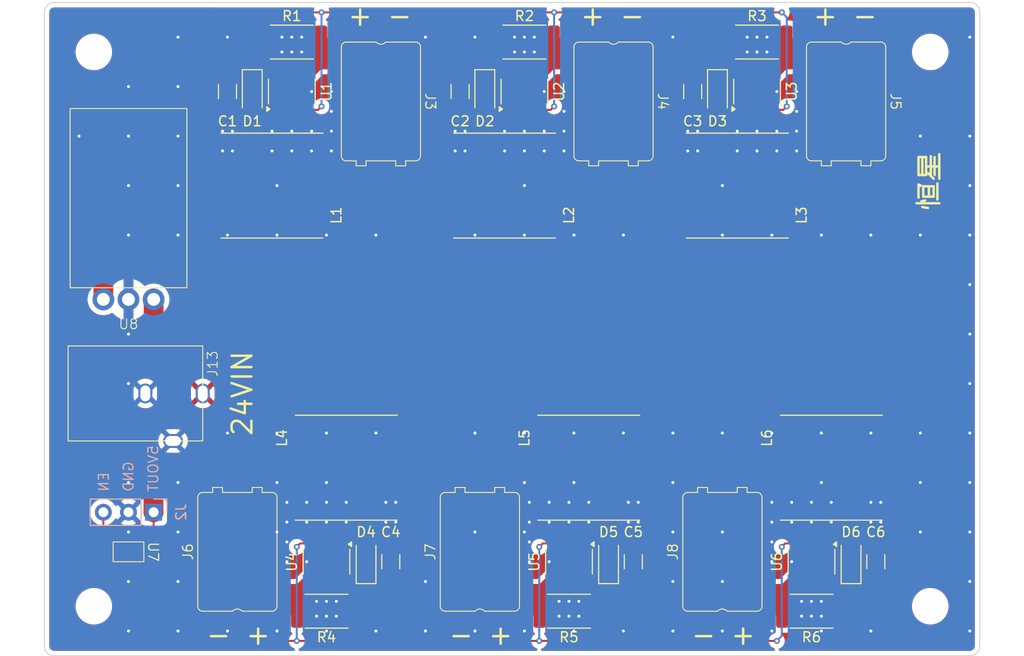
<source format=kicad_pcb>
(kicad_pcb (version 20241229) (generator "pcbnew") (generator_version "9.0")
  (layers (0 "F.Cu" signal) (2 "B.Cu" signal) (13 "F.Paste" user) (15 "B.Paste" user) (5 "F.SilkS" user "F.Silkscreen") (7 "B.SilkS" user "B.Silkscreen") (1 "F.Mask" user) (3 "B.Mask" user) (25 "Edge.Cuts" user))
  (net 0 "")
  (net 1 "+24V")
  (net 2 "Net-(J4-Pin_2)")
  (net 3 "Net-(J3-Pin_2)")
  (net 4 "Net-(J4-Pin_1)")
  (net 5 "Net-(J8-Pin_1)")
  (net 6 "Net-(J5-Pin_1)")
  (net 7 "Net-(J6-Pin_2)")
  (net 8 "Net-(J5-Pin_2)")
  (net 9 "Net-(J6-Pin_1)")
  (net 10 "Net-(J7-Pin_1)")
  (net 11 "Net-(J7-Pin_2)")
  (net 12 "Net-(D1-A)")
  (net 13 "Net-(D2-A)")
  (net 14 "Net-(J3-Pin_1)")
  (net 15 "Net-(D3-A)")
  (net 16 "Net-(D6-A)")
  (net 17 "Net-(D4-A)")
  (net 18 "Net-(D5-A)")
  (net 19 "Net-(J8-Pin_2)")
  (net 20 "GND")
  (net 23 "EN")
  (net 24 "+5V")
  (net 27 "ADJ")
  (footprint "Capacitor_SMD:C_1206_3216Metric" (layer "F.Cu") (at 125 80.5 -90)
    (property "Reference" "C1")
    (property "Value" "4.7μ")
  )
  (footprint "Diode_SMD:D_SOD-123F" (layer "F.Cu") (at 127.5 80.5 -90)
    (property "Reference" "D1")
    (property "Value" "D_Schottky")
  )
  (footprint "Resistor_SMD:R_2512_6332Metric" (layer "F.Cu") (at 135 133 180)
    (property "Reference" "R4")
    (property "Value" "0.1")
  )
  (footprint "2060-452_998-404:2060-452_998-404" (layer "F.Cu") (at 150.5 127 90)
    (property "Reference" "J7")
    (property "Value" "Conn_01x02")
  )
  (footprint "Diode_SMD:D_SOD-123F" (layer "F.Cu") (at 139 128 90)
    (property "Reference" "D4")
    (property "Value" "D_Schottky")
  )
  (footprint "MountingHole:MountingHole_3.2mm_M3" (layer "F.Cu") (at 196 132.5)
    (property "Reference" "REF**" (hide yes))
    (property "Value" "MountingHole_3.2mm_M3")
  )
  (footprint "Resistor_SMD:R_2512_6332Metric" (layer "F.Cu") (at 159.5 133 180)
    (property "Reference" "R5")
    (property "Value" "0.1")
  )
  (footprint "Package_TO_SOT_SMD:SOT-89-5" (layer "F.Cu") (at 178.5 80.5 90)
    (property "Reference" "U3")
    (property "Value" "CL6808")
  )
  (footprint "Inductor_SMD:L_Taiyo-Yuden_NR-10050_9.8x10.0mm" (layer "F.Cu") (at 176.5 90)
    (property "Reference" "L3")
    (property "Value" "68μ")
  )
  (footprint "Diode_SMD:D_SOD-123F" (layer "F.Cu") (at 151 80.5 -90)
    (property "Reference" "D2")
    (property "Value" "D_Schottky")
  )
  (footprint "Inductor_SMD:L_Taiyo-Yuden_NR-10050_9.8x10.0mm" (layer "F.Cu") (at 137 118.5 180)
    (property "Reference" "L4")
    (property "Value" "68μ")
  )
  (footprint "2060-452_998-404:2060-452_998-404" (layer "F.Cu") (at 126 127 90)
    (property "Reference" "J6")
    (property "Value" "Conn_01x02")
  )
  (footprint "Package_TO_SOT_SMD:SOT-89-5" (layer "F.Cu") (at 155 80.5 90)
    (property "Reference" "U2")
    (property "Value" "CL6808")
  )
  (footprint "Package_TO_SOT_SMD:SOT-89-5" (layer "F.Cu") (at 184 128 -90)
    (property "Reference" "U6")
    (property "Value" "CL6808")
  )
  (footprint "Capacitor_SMD:C_1206_3216Metric" (layer "F.Cu") (at 166 128 90)
    (property "Reference" "C5")
    (property "Value" "4.7μ")
  )
  (footprint "TC7WZ07FK:TC7WZ07FK" (layer "F.Cu") (at 115 127 -90)
    (property "Reference" "U7")
    (property "Value" "TC7WZ07FK")
  )
  (footprint "MountingHole:MountingHole_3.2mm_M3" (layer "F.Cu") (at 111.5 76.5)
    (property "Reference" "REF**" (hide yes))
    (property "Value" "MountingHole_3.2mm_M3")
  )
  (footprint "Capacitor_SMD:C_1206_3216Metric" (layer "F.Cu") (at 172 80.5 -90)
    (property "Reference" "C3")
    (property "Value" "4.7μ")
  )
  (footprint "R-78K5.0-2.0L:R-78K5.0-2.0L" (layer "F.Cu") (at 115 101.5)
    (property "Reference" "U8")
    (property "Value" "R-78K5.0-2.0L" (hide yes))
  )
  (footprint "Inductor_SMD:L_Taiyo-Yuden_NR-10050_9.8x10.0mm" (layer "F.Cu") (at 161.5 118.5 180)
    (property "Reference" "L5")
    (property "Value" "68μ")
  )
  (footprint "2060-452_998-404:2060-452_998-404" (layer "F.Cu") (at 164 81.5 -90)
    (property "Reference" "J4")
    (property "Value" "Conn_01x02")
  )
  (footprint "Inductor_SMD:L_Taiyo-Yuden_NR-10050_9.8x10.0mm" (layer "F.Cu") (at 153 90)
    (property "Reference" "L2")
    (property "Value" "68μ")
  )
  (footprint "Resistor_SMD:R_2512_6332Metric" (layer "F.Cu") (at 131.5 75.5)
    (property "Reference" "R1")
    (property "Value" "0.1")
  )
  (footprint "2060-452_998-404:2060-452_998-404" (layer "F.Cu") (at 175 127 90)
    (property "Reference" "J8")
    (property "Value" "Conn_01x02")
  )
  (footprint "Inductor_SMD:L_Taiyo-Yuden_NR-10050_9.8x10.0mm" (layer "F.Cu") (at 129.5 90)
    (property "Reference" "L1")
    (property "Value" "68μ")
  )
  (footprint "Package_TO_SOT_SMD:SOT-89-5" (layer "F.Cu") (at 159.5 128 -90)
    (property "Reference" "U5")
    (property "Value" "CL6808")
  )
  (footprint "MountingHole:MountingHole_3.2mm_M3" (layer "F.Cu") (at 111.5 132.5)
    (property "Reference" "REF**" (hide yes))
    (property "Value" "MountingHole_3.2mm_M3")
  )
  (footprint "Capacitor_SMD:C_1206_3216Metric" (layer "F.Cu") (at 190.5 128 90)
    (property "Reference" "C6")
    (property "Value" "4.7μ")
  )
  (footprint "2060-452_998-404:2060-452_998-404" (layer "F.Cu") (at 140.5 81.5 -90)
    (property "Reference" "J3")
    (property "Value" "Conn_01x02")
  )
  (footprint "Diode_SMD:D_SOD-123F" (layer "F.Cu") (at 174.5 80.5 -90)
    (property "Reference" "D3")
    (property "Value" "D_Schottky")
  )
  (footprint "Diode_SMD:D_SOD-123F" (layer "F.Cu") (at 188 128 90)
    (property "Reference" "D6")
    (property "Value" "D_Schottky")
  )
  (footprint "Capacitor_SMD:C_1206_3216Metric" (layer "F.Cu") (at 148.5 80.5 -90)
    (property "Reference" "C2")
    (property "Value" "4.7μ")
  )
  (footprint "Inductor_SMD:L_Taiyo-Yuden_NR-10050_9.8x10.0mm" (layer "F.Cu") (at 186 118.5 180)
    (property "Reference" "L6")
    (property "Value" "68μ")
  )
  (footprint "Resistor_SMD:R_2512_6332Metric" (layer "F.Cu") (at 184 133 180)
    (property "Reference" "R6")
    (property "Value" "0.1")
  )
  (footprint "Package_TO_SOT_SMD:SOT-89-5" (layer "F.Cu") (at 131.5 80.5 90)
    (property "Reference" "U1")
    (property "Value" "CL6808")
  )
  (footprint "DCJack:DCJack" (layer "F.Cu") (at 116.7 111)
    (property "Reference" "J13")
    (property "Value" "Jack-DC")
  )
  (footprint "Package_TO_SOT_SMD:SOT-89-5" (layer "F.Cu") (at 135 128 -90)
    (property "Reference" "U4")
    (property "Value" "CL6808")
  )
  (footprint "Resistor_SMD:R_2512_6332Metric" (layer "F.Cu") (at 178.5 75.5)
    (property "Reference" "R3")
    (property "Value" "0.1")
  )
  (footprint "Diode_SMD:D_SOD-123F" (layer "F.Cu") (at 163.5 128 90)
    (property "Reference" "D5")
    (property "Value" "D_Schottky")
  )
  (footprint "MountingHole:MountingHole_3.2mm_M3" (layer "F.Cu") (at 196 76.5)
    (property "Reference" "REF**" (hide yes))
    (property "Value" "MountingHole_3.2mm_M3")
  )
  (footprint "2060-452_998-404:2060-452_998-404" (layer "F.Cu") (at 187.5 81.5 -90)
    (property "Reference" "J5")
    (property "Value" "Conn_01x02")
  )
  (footprint "Capacitor_SMD:C_1206_3216Metric" (layer "F.Cu") (at 141.5 128 90)
    (property "Reference" "C4")
    (property "Value" "4.7μ")
  )
  (footprint "Resistor_SMD:R_2512_6332Metric" (layer "F.Cu") (at 155 75.5)
    (property "Reference" "R2")
    (property "Value" "0.1")
  )
  (footprint "Connector_PinSocket_2.54mm:PinSocket_1x03_P2.54mm_Vertical" (layer "B.Cu") (at 117.54 123 90)
    (property "Reference" "J2")
    (property "Value" "Conn_01x03")
  )
  (gr_line (start 106.5 72.5) (end 106.5 136.5) (stroke (width 0.1)) (layer "Edge.Cuts"))
  (gr_arc (start 106.5 72.5) (mid 106.792893 71.792893) (end 107.5 71.5) (stroke (width 0.1)) (layer "Edge.Cuts"))
  (gr_line (start 201 136.5) (end 201 72.5) (stroke (width 0.1)) (layer "Edge.Cuts"))
  (gr_arc (start 200 71.5) (mid 200.707107 71.792893) (end 201 72.5) (stroke (width 0.1)) (layer "Edge.Cuts"))
  (gr_arc (start 201 136.5) (mid 200.707107 137.207107) (end 200 137.5) (stroke (width 0.1)) (layer "Edge.Cuts"))
  (gr_line (start 107.5 71.5) (end 200 71.5) (stroke (width 0.1)) (layer "Edge.Cuts"))
  (gr_arc (start 107.5 137.5) (mid 106.792893 137.207107) (end 106.5 136.5) (stroke (width 0.1)) (layer "Edge.Cuts"))
  (gr_line (start 107.5 137.5) (end 200 137.5) (stroke (width 0.1)) (layer "Edge.Cuts"))
  (gr_text "+" (at 137 74 0) (layer "F.SilkS") (effects (font (size 2 2) (thickness 0.25)) (justify left bottom)))
  (gr_text "-" (at 141 74 0) (layer "F.SilkS") (effects (font (size 2 2) (thickness 0.25)) (justify left bottom)))
  (gr_text "+" (at 129.5 134.5 180) (layer "F.SilkS") (effects (font (size 2 2) (thickness 0.25)) (justify left bottom)))
  (gr_text "-" (at 150 134.5 180) (layer "F.SilkS") (effects (font (size 2 2) (thickness 0.25)) (justify left bottom)))
  (gr_text "-" (at 188 74 0) (layer "F.SilkS") (effects (font (size 2 2) (thickness 0.25)) (justify left bottom)))
  (gr_text "+" (at 160.5 74 0) (layer "F.SilkS") (effects (font (size 2 2) (thickness 0.25)) (justify left bottom)))
  (gr_text "+" (at 154 134.5 180) (layer "F.SilkS") (effects (font (size 2 2) (thickness 0.25)) (justify left bottom)))
  (gr_text "-" (at 125.5 134.5 180) (layer "F.SilkS") (effects (font (size 2 2) (thickness 0.25)) (justify left bottom)))
  (gr_text "-" (at 164.5 74 0) (layer "F.SilkS") (effects (font (size 2 2) (thickness 0.25)) (justify left bottom)))
  (gr_text "+" (at 178.5 134.5 180) (layer "F.SilkS") (effects (font (size 2 2) (thickness 0.25)) (justify left bottom)))
  (gr_text "24VIN" (at 126.5 111 90) (layer "F.SilkS") (effects (font (size 2 2) (thickness 0.25))))
  (gr_text "-" (at 174.5 134.5 180) (layer "F.SilkS") (effects (font (size 2 2) (thickness 0.25)) (justify left bottom)))
  (gr_text "恒星" (at 196 89.5 90) (layer "F.SilkS") (effects (font (size 2 2) (thickness 0.25))))
  (gr_text "+" (at 184 74 0) (layer "F.SilkS") (effects (font (size 2 2) (thickness 0.25)) (justify left bottom)))
  (gr_text "5VOUT" (at 117.5 121 90) (layer "B.SilkS") (effects (font (size 1 1) (thickness 0.125)) (justify right mirror)))
  (gr_text "GND" (at 115 121 90) (layer "B.SilkS") (effects (font (size 1 1) (thickness 0.125)) (justify right mirror)))
  (gr_text "EN" (at 112.5 121 90) (layer "B.SilkS") (effects (font (size 1 1) (thickness 0.125)) (justify right mirror)))
  (segment (start 172 79.025) (end 170.475 79.025) (width 1.5) (layer "F.Cu") (net 1))
  (segment (start 137.9625 133) (end 137.9625 129.8875) (width 1.5) (layer "F.Cu") (net 1))
  (segment (start 162.5 129.85) (end 163.05 129.85) (width 1.5) (layer "F.Cu") (net 1))
  (segment (start 186.9625 133) (end 186.9625 129.8875) (width 1.5) (layer "F.Cu") (net 1))
  (segment (start 163.575 129.475) (end 163.5 129.4) (width 1.5) (layer "F.Cu") (net 1))
  (segment (start 167.525 129.475) (end 168.5 128.5) (width 1.5) (layer "F.Cu") (net 1))
  (segment (start 174.425 79.025) (end 174.5 79.1) (width 1.5) (layer "F.Cu") (net 1))
  (segment (start 121 97) (end 113.5 97) (width 2) (layer "F.Cu") (net 1))
  (segment (start 112.46 98.04) (end 112.46 101.5) (width 2) (layer "F.Cu") (net 1))
  (segment (start 139.075 129.475) (end 139 129.4) (width 1.5) (layer "F.Cu") (net 1))
  (segment (start 166 129.475) (end 163.575 129.475) (width 1.5) (layer "F.Cu") (net 1))
  (segment (start 152.0375 75.5) (end 152.0375 78.6125) (width 1.5) (layer "F.Cu") (net 1))
  (segment (start 153.5 78.65) (end 152 78.65) (width 1.5) (layer "F.Cu") (net 1))
  (segment (start 130 78.65) (end 128.5 78.65) (width 1.5) (layer "F.Cu") (net 1))
  (segment (start 148.5 79.025) (end 146.975 79.025) (width 1.5) (layer "F.Cu") (net 1))
  (segment (start 128.5375 75.5) (end 128.5375 78.6125) (width 1.5) (layer "F.Cu") (net 1))
  (segment (start 161 129.85) (end 162.5 129.85) (width 1.5) (layer "F.Cu") (net 1))
  (segment (start 192.025 129.475) (end 193 128.5) (width 1.5) (layer "F.Cu") (net 1))
  (segment (start 146.975 79.025) (end 146 80) (width 1.5) (layer "F.Cu") (net 1))
  (segment (start 188.075 129.475) (end 188 129.4) (width 1.5) (layer "F.Cu") (net 1))
  (segment (start 152 78.65) (end 151.45 78.65) (width 1.5) (layer "F.Cu") (net 1))
  (segment (start 125 79.025) (end 127.425 79.025) (width 1.5) (layer "F.Cu") (net 1))
  (segment (start 150.925 79.025) (end 151 79.1) (width 1.5) (layer "F.Cu") (net 1))
  (segment (start 141.5 129.475) (end 139.075 129.475) (width 1.5) (layer "F.Cu") (net 1))
  (segment (start 138.55 129.85) (end 139 129.4) (width 1.5) (layer "F.Cu") (net 1))
  (segment (start 187 129.85) (end 187.55 129.85) (width 1.5) (layer "F.Cu") (net 1))
  (segment (start 170.475 79.025) (end 169.5 80) (width 1.5) (layer "F.Cu") (net 1))
  (segment (start 122.5 80) (end 123.475 79.025) (width 1.5) (layer "F.Cu") (net 1))
  (segment (start 190.5 129.475) (end 188.075 129.475) (width 1.5) (layer "F.Cu") (net 1))
  (segment (start 127.425 79.025) (end 127.5 79.1) (width 1.5) (layer "F.Cu") (net 1))
  (segment (start 148.5 79.025) (end 150.925 79.025) (width 1.5) (layer "F.Cu") (net 1))
  (segment (start 138 129.85) (end 138.55 129.85) (width 1.5) (layer "F.Cu") (net 1))
  (segment (start 163.05 129.85) (end 163.5 129.4) (width 1.5) (layer "F.Cu") (net 1))
  (segment (start 169.5 80) (end 169.5 99.5) (width 1.5) (layer "F.Cu") (net 1))
  (segment (start 162.4625 129.8875) (end 162.5 129.85) (width 1.5) (layer "F.Cu") (net 1))
  (segment (start 151.45 78.65) (end 151 79.1) (width 1.5) (layer "F.Cu") (net 1))
  (segment (start 136.5 129.85) (end 138 129.85) (width 1.5) (layer "F.Cu") (net 1))
  (segment (start 174.95 78.65) (end 174.5 79.1) (width 1.5) (layer "F.Cu") (net 1))
  (segment (start 193 128.5) (end 193 109) (width 1.5) (layer "F.Cu") (net 1))
  (segment (start 186.9625 129.8875) (end 187 129.85) (width 1.5) (layer "F.Cu") (net 1))
  (segment (start 190.5 129.475) (end 192.025 129.475) (width 1.5) (layer "F.Cu") (net 1))
  (segment (start 166 129.475) (end 167.525 129.475) (width 1.5) (layer "F.Cu") (net 1))
  (segment (start 146 80) (end 146 99.5) (width 1.5) (layer "F.Cu") (net 1))
  (segment (start 175.5375 75.5) (end 175.5375 78.6125) (width 1.5) (layer "F.Cu") (net 1))
  (segment (start 162.4625 133) (end 162.4625 129.8875) (width 1.5) (layer "F.Cu") (net 1))
  (segment (start 175.5 78.65) (end 174.95 78.65) (width 1.5) (layer "F.Cu") (net 1))
  (segment (start 187.55 129.85) (end 188 129.4) (width 1.5) (layer "F.Cu") (net 1))
  (segment (start 144 128.5) (end 144 109) (width 1.5) (layer "F.Cu") (net 1))
  (segment (start 113.5 97) (end 112.46 98.04) (width 2) (layer "F.Cu") (net 1))
  (segment (start 141.5 129.475) (end 143.025 129.475) (width 1.5) (layer "F.Cu") (net 1))
  (segment (start 123.475 79.025) (end 125 79.025) (width 1.5) (layer "F.Cu") (net 1))
  (segment (start 128.5375 78.6125) (end 128.5 78.65) (width 1.5) (layer "F.Cu") (net 1))
  (segment (start 152.0375 78.6125) (end 152 78.65) (width 1.5) (layer "F.Cu") (net 1))
  (segment (start 137.9625 129.8875) (end 138 129.85) (width 1.5) (layer "F.Cu") (net 1))
  (segment (start 177 78.65) (end 175.5 78.65) (width 1.5) (layer "F.Cu") (net 1))
  (segment (start 127.95 78.65) (end 127.5 79.1) (width 1.5) (layer "F.Cu") (net 1))
  (segment (start 168.5 128.5) (end 168.5 109) (width 1.5) (layer "F.Cu") (net 1))
  (segment (start 185.5 129.85) (end 187 129.85) (width 1.5) (layer "F.Cu") (net 1))
  (segment (start 128.5 78.65) (end 127.95 78.65) (width 1.5) (layer "F.Cu") (net 1))
  (segment (start 122.5 80) (end 122.5 99.5) (width 1.5) (layer "F.Cu") (net 1))
  (segment (start 172 79.025) (end 174.425 79.025) (width 1.5) (layer "F.Cu") (net 1))
  (segment (start 175.5375 78.6125) (end 175.5 78.65) (width 1.5) (layer "F.Cu") (net 1))
  (segment (start 143.025 129.475) (end 144 128.5) (width 1.5) (layer "F.Cu") (net 1))
  (segment (start 157.9625 75.5) (end 157.9625 77.1875) (width 1.5) (layer "F.Cu") (net 2))
  (segment (start 162 77.5) (end 158.275 77.5) (width 1.5) (layer "F.Cu") (net 2))
  (segment (start 162 83.5) (end 162 77.5) (width 1.5) (layer "F.Cu") (net 2))
  (segment (start 162 86.75) (end 162 83.5) (width 1.5) (layer "F.Cu") (net 2))
  (segment (start 157.9625 77.1875) (end 156.5 78.65) (width 1.5) (layer "F.Cu") (net 2))
  (segment (start 158.275 77.5) (end 157.9625 77.1875) (width 1.5) (layer "F.Cu") (net 2))
  (segment (start 138.5 77.5) (end 134.775 77.5) (width 1.5) (layer "F.Cu") (net 3))
  (segment (start 134.4625 75.5) (end 134.4625 77.1875) (width 1.5) (layer "F.Cu") (net 3))
  (segment (start 134.775 77.5) (end 134.4625 77.1875) (width 1.5) (layer "F.Cu") (net 3))
  (segment (start 138.5 83.5) (end 138.5 77.5) (width 1.5) (layer "F.Cu") (net 3))
  (segment (start 138.5 86.75) (end 138.5 83.5) (width 1.5) (layer "F.Cu") (net 3))
  (segment (start 134.4625 77.1875) (end 133 78.65) (width 1.5) (layer "F.Cu") (net 3))
  (segment (start 166 77.5) (end 166 86.75) (width 1.5) (layer "F.Cu") (net 4))
  (segment (start 165 90) (end 157 90) (width 1.5) (layer "F.Cu") (net 4))
  (segment (start 166 89) (end 165 90) (width 1.5) (layer "F.Cu") (net 4))
  (segment (start 166 86.75) (end 166 89) (width 1.5) (layer "F.Cu") (net 4))
  (segment (start 173 121.75) (end 173 119.5) (width 1.5) (layer "F.Cu") (net 5))
  (segment (start 173 131) (end 173 121.75) (width 1.5) (layer "F.Cu") (net 5))
  (segment (start 173 119.5) (end 174 118.5) (width 1.5) (layer "F.Cu") (net 5))
  (segment (start 174 118.5) (end 182 118.5) (width 1.5) (layer "F.Cu") (net 5))
  (segment (start 189.5 86.75) (end 189.5 89) (width 1.5) (layer "F.Cu") (net 6))
  (segment (start 189.5 77.5) (end 189.5 86.75) (width 1.5) (layer "F.Cu") (net 6))
  (segment (start 188.5 90) (end 180.5 90) (width 1.5) (layer "F.Cu") (net 6))
  (segment (start 189.5 89) (end 188.5 90) (width 1.5) (layer "F.Cu") (net 6))
  (segment (start 128 125) (end 128 131) (width 1.5) (layer "F.Cu") (net 7))
  (segment (start 132.0375 131.3125) (end 133.5 129.85) (width 1.5) (layer "F.Cu") (net 7))
  (segment (start 131.725 131) (end 132.0375 131.3125) (width 1.5) (layer "F.Cu") (net 7))
  (segment (start 128 131) (end 131.725 131) (width 1.5) (layer "F.Cu") (net 7))
  (segment (start 132.0375 133) (end 132.0375 131.3125) (width 1.5) (layer "F.Cu") (net 7))
  (segment (start 128 121.75) (end 128 125) (width 1.5) (layer "F.Cu") (net 7))
  (segment (start 185.5 86.75) (end 185.5 83.5) (width 1.5) (layer "F.Cu") (net 8))
  (segment (start 185.5 83.5) (end 185.5 77.5) (width 1.5) (layer "F.Cu") (net 8))
  (segment (start 185.5 77.5) (end 181.775 77.5) (width 1.5) (layer "F.Cu") (net 8))
  (segment (start 181.775 77.5) (end 181.4625 77.1875) (width 1.5) (layer "F.Cu") (net 8))
  (segment (start 181.4625 75.5) (end 181.4625 77.1875) (width 1.5) (layer "F.Cu") (net 8))
  (segment (start 181.4625 77.1875) (end 180 78.65) (width 1.5) (layer "F.Cu") (net 8))
  (segment (start 125 118.5) (end 133 118.5) (width 1.5) (layer "F.Cu") (net 9))
  (segment (start 124 119.5) (end 125 118.5) (width 1.5) (layer "F.Cu") (net 9))
  (segment (start 124 131) (end 124 121.75) (width 1.5) (layer "F.Cu") (net 9))
  (segment (start 124 121.75) (end 124 119.5) (width 1.5) (layer "F.Cu") (net 9))
  (segment (start 148.5 119.5) (end 149.5 118.5) (width 1.5) (layer "F.Cu") (net 10))
  (segment (start 149.5 118.5) (end 157.5 118.5) (width 1.5) (layer "F.Cu") (net 10))
  (segment (start 148.5 121.75) (end 148.5 119.5) (width 1.5) (layer "F.Cu") (net 10))
  (segment (start 148.5 131) (end 148.5 121.75) (width 1.5) (layer "F.Cu") (net 10))
  (segment (start 152.5 125) (end 152.5 131) (width 1.5) (layer "F.Cu") (net 11))
  (segment (start 156.5375 133) (end 156.5375 131.3125) (width 1.5) (layer "F.Cu") (net 11))
  (segment (start 152.5 131) (end 156.225 131) (width 1.5) (layer "F.Cu") (net 11))
  (segment (start 156.5375 131.3125) (end 158 129.85) (width 1.5) (layer "F.Cu") (net 11))
  (segment (start 152.5 121.75) (end 152.5 125) (width 1.5) (layer "F.Cu") (net 11))
  (segment (start 156.225 131) (end 156.5375 131.3125) (width 1.5) (layer "F.Cu") (net 11))
  (segment (start 127.5 88) (end 127.5 81.9) (width 1.5) (layer "F.Cu") (net 12))
  (segment (start 127.5 81.9) (end 129.55 81.9) (width 1.5) (layer "F.Cu") (net 12))
  (segment (start 129.55 81.9) (end 130 82.35) (width 1.5) (layer "F.Cu") (net 12))
  (segment (start 125.5 90) (end 127.5 88) (width 1.5) (layer "F.Cu") (net 12))
  (segment (start 151 81.9) (end 153.05 81.9) (width 1.5) (layer "F.Cu") (net 13))
  (segment (start 149 90) (end 151 88) (width 1.5) (layer "F.Cu") (net 13))
  (segment (start 151 88) (end 151 81.9) (width 1.5) (layer "F.Cu") (net 13))
  (segment (start 153.05 81.9) (end 153.5 82.35) (width 1.5) (layer "F.Cu") (net 13))
  (segment (start 141.5 90) (end 133.5 90) (width 1.5) (layer "F.Cu") (net 14))
  (segment (start 142.5 89) (end 141.5 90) (width 1.5) (layer "F.Cu") (net 14))
  (segment (start 142.5 86.75) (end 142.5 89) (width 1.5) (layer "F.Cu") (net 14))
  (segment (start 142.5 77.5) (end 142.5 86.75) (width 1.5) (layer "F.Cu") (net 14))
  (segment (start 172.5 90) (end 174.5 88) (width 1.5) (layer "F.Cu") (net 15))
  (segment (start 174.5 81.9) (end 176.55 81.9) (width 1.5) (layer "F.Cu") (net 15))
  (segment (start 176.55 81.9) (end 177 82.35) (width 1.5) (layer "F.Cu") (net 15))
  (segment (start 174.5 88) (end 174.5 81.9) (width 1.5) (layer "F.Cu") (net 15))
  (segment (start 188 120.5) (end 188 126.6) (width 1.5) (layer "F.Cu") (net 16))
  (segment (start 190 118.5) (end 188 120.5) (width 1.5) (layer "F.Cu") (net 16))
  (segment (start 185.95 126.6) (end 185.5 126.15) (width 1.5) (layer "F.Cu") (net 16))
  (segment (start 188 126.6) (end 185.95 126.6) (width 1.5) (layer "F.Cu") (net 16))
  (segment (start 139 126.6) (end 136.95 126.6) (width 1.5) (layer "F.Cu") (net 17))
  (segment (start 136.95 126.6) (end 136.5 126.15) (width 1.5) (layer "F.Cu") (net 17))
  (segment (start 139 120.5) (end 139 126.6) (width 1.5) (layer "F.Cu") (net 17))
  (segment (start 141 118.5) (end 139 120.5) (width 1.5) (layer "F.Cu") (net 17))
  (segment (start 163.5 120.5) (end 163.5 126.6) (width 1.5) (layer "F.Cu") (net 18))
  (segment (start 165.5 118.5) (end 163.5 120.5) (width 1.5) (layer "F.Cu") (net 18))
  (segment (start 161.45 126.6) (end 161 126.15) (width 1.5) (layer "F.Cu") (net 18))
  (segment (start 163.5 126.6) (end 161.45 126.6) (width 1.5) (layer "F.Cu") (net 18))
  (segment (start 181.0375 133) (end 181.0375 131.3125) (width 1.5) (layer "F.Cu") (net 19))
  (segment (start 177 131) (end 180.725 131) (width 1.5) (layer "F.Cu") (net 19))
  (segment (start 181.0375 131.3125) (end 182.5 129.85) (width 1.5) (layer "F.Cu") (net 19))
  (segment (start 177 121.75) (end 177 125) (width 1.5) (layer "F.Cu") (net 19))
  (segment (start 180.725 131) (end 181.0375 131.3125) (width 1.5) (layer "F.Cu") (net 19))
  (segment (start 177 125) (end 177 131) (width 1.5) (layer "F.Cu") (net 19))
  (segment (start 113.65 127.75) (end 114.75 127.75) (width 0.2) (layer "F.Cu") (net 20))
  (segment (start 113.65 127.75) (end 112.25 127.75) (width 0.2) (layer "F.Cu") (net 20))
  (via (at 183 133.5) (size 0.6) (drill 0.3) (layers "F.Cu" "B.Cu") (net 20))
  (via (at 182.5 84.5) (size 0.6) (drill 0.3) (layers "F.Cu" "B.Cu") (net 20))
  (via (at 171.5 86.5) (size 0.6) (drill 0.3) (layers "F.Cu" "B.Cu") (net 20))
  (via (at 180 128) (size 0.6) (drill 0.3) (layers "F.Cu" "B.Cu") (net 20))
  (via (at 135.5 86.5) (size 0.6) (drill 0.3) (layers "F.Cu" "B.Cu") (net 20))
  (via (at 131.5 75) (size 0.6) (drill 0.3) (layers "F.Cu" "B.Cu") (net 20))
  (via (at 129.5 86.5) (size 0.6) (drill 0.3) (layers "F.Cu" "B.Cu") (net 20))
  (via (at 132.5 75) (size 0.6) (drill 0.3) (layers "F.Cu" "B.Cu") (net 20))
  (via (at 160.5 133.5) (size 0.6) (drill 0.3) (layers "F.Cu" "B.Cu") (net 20))
  (via (at 191 122) (size 0.6) (drill 0.3) (layers "F.Cu" "B.Cu") (net 20))
  (via (at 115 135) (size 0.6) (drill 0.3) (layers "F.Cu" "B.Cu") (net 20))
  (via (at 178.5 86.5) (size 0.6) (drill 0.3) (layers "F.Cu" "B.Cu") (net 20))
  (via (at 155 90) (size 0.6) (drill 0.3) (layers "F.Cu" "B.Cu") (net 20))
  (via (at 185 115) (size 0.6) (drill 0.3) (layers "F.Cu" "B.Cu") (net 20))
  (via (at 185 120) (size 0.6) (drill 0.3) (layers "F.Cu" "B.Cu") (net 20))
  (via (at 140 135) (size 0.6) (drill 0.3) (layers "F.Cu" "B.Cu") (net 20))
  (via (at 155 76.5) (size 0.6) (drill 0.3) (layers "F.Cu" "B.Cu") (net 20))
  (via (at 130.5 75) (size 0.6) (drill 0.3) (layers "F.Cu" "B.Cu") (net 20))
  (via (at 110 85) (size 0.6) (drill 0.3) (layers "F.Cu" "B.Cu") (net 20))
  (via (at 178.5 84.5) (size 0.6) (drill 0.3) (layers "F.Cu" "B.Cu") (net 20))
  (via (at 156 76.5) (size 0.6) (drill 0.3) (layers "F.Cu" "B.Cu") (net 20))
  (via (at 135 132) (size 0.6) (drill 0.3) (layers "F.Cu" "B.Cu") (net 20))
  (via (at 160 120) (size 0.6) (drill 0.3) (layers "F.Cu" "B.Cu") (net 20))
  (via (at 155 75) (size 0.6) (drill 0.3) (layers "F.Cu" "B.Cu") (net 20))
  (via (at 145 135) (size 0.6) (drill 0.3) (layers "F.Cu" "B.Cu") (net 20))
  (via (at 172.5 84.5) (size 0.6) (drill 0.3) (layers "F.Cu" "B.Cu") (net 20))
  (via (at 131.5 84.5) (size 0.6) (drill 0.3) (layers "F.Cu" "B.Cu") (net 20))
  (via (at 149 86.5) (size 0.6) (drill 0.3) (layers "F.Cu" "B.Cu") (net 20))
  (via (at 120 80) (size 0.6) (drill 0.3) (layers "F.Cu" "B.Cu") (net 20))
  (via (at 160 95) (size 0.6) (drill 0.3) (layers "F.Cu" "B.Cu") (net 20))
  (via (at 132.5 76.5) (size 0.6) (drill 0.3) (layers "F.Cu" "B.Cu") (net 20))
  (via (at 135 133.5) (size 0.6) (drill 0.3) (layers "F.Cu" "B.Cu") (net 20))
  (via (at 155.5 126) (size 0.6) (drill 0.3) (layers "F.Cu" "B.Cu") (net 20))
  (via (at 155.5 124) (size 0.6) (drill 0.3) (layers "F.Cu" "B.Cu") (net 20))
  (via (at 172.5 86.5) (size 0.6) (drill 0.3) (layers "F.Cu" "B.Cu") (net 20))
  (via (at 180.5 86.5) (size 0.6) (drill 0.3) (layers "F.Cu" "B.Cu") (net 20))
  (via (at 125 135) (size 0.6) (drill 0.3) (layers "F.Cu" "B.Cu") (net 20))
  (via (at 200 100) (size 0.6) (drill 0.3) (layers "F.Cu" "B.Cu") (net 20))
  (via (at 156 75) (size 0.6) (drill 0.3) (layers "F.Cu" "B.Cu") (net 20))
  (via (at 133 128) (size 0.6) (drill 0.3) (layers "F.Cu" "B.Cu") (net 20))
  (via (at 161.5 122) (size 0.6) (drill 0.3) (layers "F.Cu" "B.Cu") (net 20))
  (via (at 200 110) (size 0.6) (drill 0.3) (layers "F.Cu" "B.Cu") (net 20))
  (via (at 166.5 122) (size 0.6) (drill 0.3) (layers "F.Cu" "B.Cu") (net 20))
  (via (at 159 84.5) (size 0.6) (drill 0.3) (layers "F.Cu" "B.Cu") (net 20))
  (via (at 185 135) (size 0.6) (drill 0.3) (layers "F.Cu" "B.Cu") (net 20))
  (via (at 154 75) (size 0.6) (drill 0.3) (layers "F.Cu" "B.Cu") (net 20))
  (via (at 175 125) (size 0.6) (drill 0.3) (layers "F.Cu" "B.Cu") (net 20))
  (via (at 166.5 124) (size 0.6) (drill 0.3) (layers "F.Cu" "B.Cu") (net 20))
  (via (at 140 95) (size 0.6) (drill 0.3) (layers "F.Cu" "B.Cu") (net 20))
  (via (at 165 95) (size 0.6) (drill 0.3) (layers "F.Cu" "B.Cu") (net 20))
  (via (at 115 90) (size 0.6) (drill 0.3) (layers "F.Cu" "B.Cu") (net 20))
  (via (at 137 122) (size 0.6) (drill 0.3) (layers "F.Cu" "B.Cu") (net 20))
  (via (at 157 86.5) (size 0.6) (drill 0.3) (layers "F.Cu" "B.Cu") (net 20))
  (via (at 130 135) (size 0.6) (drill 0.3) (layers "F.Cu" "B.Cu") (net 20))
  (via (at 158.5 133.5) (size 0.6) (drill 0.3) (layers "F.Cu" "B.Cu") (net 20))
  (via (at 125.5 84.5) (size 0.6) (drill 0.3) (layers "F.Cu" "B.Cu") (net 20))
  (via (at 170 120) (size 0.6) (drill 0.3) (layers "F.Cu" "B.Cu") (net 20))
  (via (at 137 124) (size 0.6) (drill 0.3) (layers "F.Cu" "B.Cu") (net 20))
  (via (at 145 75) (size 0.6) (drill 0.3) (layers "F.Cu" "B.Cu") (net 20))
  (via (at 195 95) (size 0.6) (drill 0.3) (layers "F.Cu" "B.Cu") (net 20))
  (via (at 180.5 80.5) (size 0.6) (drill 0.3) (layers "F.Cu" "B.Cu") (net 20))
  (via (at 200 90) (size 0.6) (drill 0.3) (layers "F.Cu" "B.Cu") (net 20))
  (via (at 190 95) (size 0.6) (drill 0.3) (layers "F.Cu" "B.Cu") (net 20))
  (via (at 130 95) (size 0.6) (drill 0.3) (layers "F.Cu" "B.Cu") (net 20))
  (via (at 155 135) (size 0.6) (drill 0.3) (layers "F.Cu" "B.Cu") (net 20))
  (via (at 175 90) (size 0.6) (drill 0.3) (layers "F.Cu" "B.Cu") (net 20))
  (via (at 150 95) (size 0.6) (drill 0.3) (layers "F.Cu" "B.Cu") (net 20))
  (via (at 155 125) (size 0.6) (drill 0.3) (layers "F.Cu" "B.Cu") (net 20))
  (via (at 184 132) (size 0.6) (drill 0.3) (layers "F.Cu" "B.Cu") (net 20))
  (via (at 159 86.5) (size 0.6) (drill 0.3) (layers "F.Cu" "B.Cu") (net 20))
  (via (at 140 115) (size 0.6) (drill 0.3) (layers "F.Cu" "B.Cu") (net 20))
  (via (at 155 86.5) (size 0.6) (drill 0.3) (layers "F.Cu" "B.Cu") (net 20))
  (via (at 165.5 122) (size 0.6) (drill 0.3) (layers "F.Cu" "B.Cu") (net 20))
  (via (at 200 95) (size 0.6) (drill 0.3) (layers "F.Cu" "B.Cu") (net 20))
  (via (at 175 95) (size 0.6) (drill 0.3) (layers "F.Cu" "B.Cu") (net 20))
  (via (at 195 120) (size 0.6) (drill 0.3) (layers "F.Cu" "B.Cu") (net 20))
  (via (at 175 130) (size 0.6) (drill 0.3) (layers "F.Cu" "B.Cu") (net 20))
  (via (at 133 124) (size 0.6) (drill 0.3) (layers "F.Cu" "B.Cu") (net 20))
  (via (at 135 124) (size 0.6) (drill 0.3) (layers "F.Cu" "B.Cu") (net 20))
  (via (at 130.5 76.5) (size 0.6) (drill 0.3) (layers "F.Cu" "B.Cu") (net 20))
  (via (at 160 135) (size 0.6) (drill 0.3) (layers "F.Cu" "B.Cu") (net 20))
  (via (at 170 115) (size 0.6) (drill 0.3) (layers "F.Cu" "B.Cu") (net 20))
  (via (at 170 125) (size 0.6) (drill 0.3) (layers "F.Cu" "B.Cu") (net 20))
  (via (at 120 125) (size 0.6) (drill 0.3) (layers "F.Cu" "B.Cu") (net 20))
  (via (at 157 80.5) (size 0.6) (drill 0.3) (layers "F.Cu" "B.Cu") (net 20))
  (via (at 130 125) (size 0.6) (drill 0.3) (layers "F.Cu" "B.Cu") (net 20))
  (via (at 176.5 84.5) (size 0.6) (drill 0.3) (layers "F.Cu" "B.Cu") (net 20))
  (via (at 154 76.5) (size 0.6) (drill 0.3) (layers "F.Cu" "B.Cu") (net 20))
  (via (at 115 80) (size 0.6) (drill 0.3) (layers "F.Cu" "B.Cu") (net 20))
  (via (at 145 130) (size 0.6) (drill 0.3) (layers "F.Cu" "B.Cu") (net 20))
  (via (at 136 132) (size 0.6) (drill 0.3) (layers "F.Cu" "B.Cu") (net 20))
  (via (at 180.5 84.5) (size 0.6) (drill 0.3) (layers "F.Cu" "B.Cu") (net 20))
  (via (at 175 135) (size 0.6) (drill 0.3) (layers "F.Cu" "B.Cu") (net 20))
  (via (at 186 122) (size 0.6) (drill 0.3) (layers "F.Cu" "B.Cu") (net 20))
  (via (at 195 90) (size 0.6) (drill 0.3) (layers "F.Cu" "B.Cu") (net 20))
  (via (at 165 115) (size 0.6) (drill 0.3) (layers "F.Cu" "B.Cu") (net 20))
  (via (at 133.5 86.5) (size 0.6) (drill 0.3) (layers "F.Cu" "B.Cu") (net 20))
  (via (at 124.5 86.5) (size 0.6) (drill 0.3) (layers "F.Cu" "B.Cu") (net 20))
  (via (at 184 124) (size 0.6) (drill 0.3) (layers "F.Cu" "B.Cu") (net 20))
  (via (at 129.5 84.5) (size 0.6) (drill 0.3) (layers "F.Cu" "B.Cu") (net 20))
  (via (at 195 85) (size 0.6) (drill 0.3) (layers "F.Cu" "B.Cu") (net 20))
  (via (at 115 120) (size 0.6) (drill 0.3) (layers "F.Cu" "B.Cu") (net 20))
  (via (at 155 115) (size 0.6) (drill 0.3) (layers "F.Cu" "B.Cu") (net 20))
  (via (at 191 124) (size 0.6) (drill 0.3) (layers "F.Cu" "B.Cu") (net 20))
  (via (at 134 132) (size 0.6) (drill 0.3) (layers "F.Cu" "B.Cu") (net 20))
  (via (at 141 124) (size 0.6) (drill 0.3) (layers "F.Cu" "B.Cu") (net 20))
  (via (at 131 122) (size 0.6) (drill 0.3) (layers "F.Cu" "B.Cu") (net 20))
  (via (at 130 115) (size 0.6) (drill 0.3) (layers "F.Cu" "B.Cu") (net 20))
  (via (at 150 115) (size 0.6) (drill 0.3) (layers "F.Cu" "B.Cu") (net 20))
  (via (at 160 115) (size 0.6) (drill 0.3) (layers "F.Cu" "B.Cu") (net 20))
  (via (at 131.5 76.5) (size 0.6) (drill 0.3) (layers "F.Cu" "B.Cu") (net 20))
  (via (at 125 115) (size 0.6) (drill 0.3) (layers "F.Cu" "B.Cu") (net 20))
  (via (at 182.5 82.5) (size 0.6) (drill 0.3) (layers "F.Cu" "B.Cu") (net 20))
  (via (at 179.5 75) (size 0.6) (drill 0.3) (layers "F.Cu" "B.Cu") (net 20))
  (via (at 195 125) (size 0.6) (drill 0.3) (layers "F.Cu" "B.Cu") (net 20))
  (via (at 120 130) (size 0.6) (drill 0.3) (layers "F.Cu" "B.Cu") (net 20))
  (via (at 155 120) (size 0.6) (drill 0.3) (layers "F.Cu" "B.Cu") (net 20))
  (via (at 170 135) (size 0.6) (drill 0.3) (layers "F.Cu" "B.Cu") (net 20))
  (via (at 200 130) (size 0.6) (drill 0.3) (layers "F.Cu" "B.Cu") (net 20))
  (via (at 185 95) (size 0.6) (drill 0.3) (layers "F.Cu" "B.Cu") (net 20))
  (via (at 175 115) (size 0.6) (drill 0.3) (layers "F.Cu" "B.Cu") (net 20))
  (via (at 115 85) (size 0.6) (drill 0.3) (layers "F.Cu" "B.Cu") (net 20))
  (via (at 180 124) (size 0.6) (drill 0.3) (layers "F.Cu" "B.Cu") (net 20))
  (via (at 130 120) (size 0.6) (drill 0.3) (layers "F.Cu" "B.Cu") (net 20))
  (via (at 149 84.5) (size 0.6) (drill 0.3) (layers "F.Cu" "B.Cu") (net 20))
  (via (at 141 122) (size 0.6) (drill 0.3) (layers "F.Cu" "B.Cu") (net 20))
  (via (at 142 122) (size 0.6) (drill 0.3) (layers "F.Cu" "B.Cu") (net 20))
  (via (at 179.5 76.5) (size 0.6) (drill 0.3) (layers "F.Cu" "B.Cu") (net 20))
  (via (at 155.5 122) (size 0.6) (drill 0.3) (layers "F.Cu" "B.Cu") (net 20))
  (via (at 200 105) (size 0.6) (drill 0.3) (layers "F.Cu" "B.Cu") (net 20))
  (via (at 133 122) (size 0.6) (drill 0.3) (layers "F.Cu" "B.Cu") (net 20))
  (via (at 150 75) (size 0.6) (drill 0.3) (layers "F.Cu" "B.Cu") (net 20))
  (via (at 135 115) (size 0.6) (drill 0.3) (layers "F.Cu" "B.Cu") (net 20))
  (via (at 182 124) (size 0.6) (drill 0.3) (layers "F.Cu" "B.Cu") (net 20))
  (via (at 195 115) (size 0.6) (drill 0.3) (layers "F.Cu" "B.Cu") (net 20))
  (via (at 190 124) (size 0.6) (drill 0.3) (layers "F.Cu" "B.Cu") (net 20))
  (via (at 180 115) (size 0.6) (drill 0.3) (layers "F.Cu" "B.Cu") (net 20))
  (via (at 190 115) (size 0.6) (drill 0.3) (layers "F.Cu" "B.Cu") (net 20))
  (via (at 120 85) (size 0.6) (drill 0.3) (layers "F.Cu" "B.Cu") (net 20))
  (via (at 125.5 86.5) (size 0.6) (drill 0.3) (layers "F.Cu" "B.Cu") (net 20))
  (via (at 133.5 80.5) (size 0.6) (drill 0.3) (layers "F.Cu" "B.Cu") (net 20))
  (via (at 155 95) (size 0.6) (drill 0.3) (layers "F.Cu" "B.Cu") (net 20))
  (via (at 170 130) (size 0.6) (drill 0.3) (layers "F.Cu" "B.Cu") (net 20))
  (via (at 157.5 128) (size 0.6) (drill 0.3) (layers "F.Cu" "B.Cu") (net 20))
  (via (at 115 95) (size 0.6) (drill 0.3) (layers "F.Cu" "B.Cu") (net 20))
  (via (at 160.5 132) (size 0.6) (drill 0.3) (layers "F.Cu" "B.Cu") (net 20))
  (via (at 159 80.5) (size 0.6) (drill 0.3) (layers "F.Cu" "B.Cu") (net 20))
  (via (at 134 133.5) (size 0.6) (drill 0.3) (layers "F.Cu" "B.Cu") (net 20))
  (via (at 131.5 86.5) (size 0.6) (drill 0.3) (layers "F.Cu" "B.Cu") (net 20))
  (via (at 183 132) (size 0.6) (drill 0.3) (layers "F.Cu" "B.Cu") (net 20))
  (via (at 124.5 84.5) (size 0.6) (drill 0.3) (layers "F.Cu" "B.Cu") (net 20))
  (via (at 190 122) (size 0.6) (drill 0.3) (layers "F.Cu" "B.Cu") (net 20))
  (via (at 135.5 80.5) (size 0.6) (drill 0.3) (layers "F.Cu" "B.Cu") (net 20))
  (via (at 176.5 86.5) (size 0.6) (drill 0.3) (layers "F.Cu" "B.Cu") (net 20))
  (via (at 148 84.5) (size 0.6) (drill 0.3) (layers "F.Cu" "B.Cu") (net 20))
  (via (at 186 124) (size 0.6) (drill 0.3) (layers "F.Cu" "B.Cu") (net 20))
  (via (at 159.5 122) (size 0.6) (drill 0.3) (layers "F.Cu" "B.Cu") (net 20))
  (via (at 120 90) (size 0.6) (drill 0.3) (layers "F.Cu" "B.Cu") (net 20))
  (via (at 200 135) (size 0.6) (drill 0.3) (layers "F.Cu" "B.Cu") (net 20))
  (via (at 153 84.5) (size 0.6) (drill 0.3) (layers "F.Cu" "B.Cu") (net 20))
  (via (at 150 135) (size 0.6) (drill 0.3) (layers "F.Cu" "B.Cu") (net 20))
  (via (at 171.5 84.5) (size 0.6) (drill 0.3) (layers "F.Cu" "B.Cu") (net 20))
  (via (at 200 75) (size 0.6) (drill 0.3) (layers "F.Cu" "B.Cu") (net 20))
  (via (at 155 84.5) (size 0.6) (drill 0.3) (layers "F.Cu" "B.Cu") (net 20))
  (via (at 159.5 124) (size 0.6) (drill 0.3) (layers "F.Cu" "B.Cu") (net 20))
  (via (at 157.5 122) (size 0.6) (drill 0.3) (layers "F.Cu" "B.Cu") (net 20))
  (via (at 155.5 128) (size 0.6) (drill 0.3) (layers "F.Cu" "B.Cu") (net 20))
  (via (at 115 105) (size 0.6) (drill 0.3) (layers "F.Cu" "B.Cu") (net 20))
  (via (at 159.5 133.5) (size 0.6) (drill 0.3) (layers "F.Cu" "B.Cu") (net 20))
  (via (at 135.5 84.5) (size 0.6) (drill 0.3) (layers "F.Cu" "B.Cu") (net 20))
  (via (at 150 125) (size 0.6) (drill 0.3) (layers "F.Cu" "B.Cu") (net 20))
  (via (at 170 75) (size 0.6) (drill 0.3) (layers "F.Cu" "B.Cu") (net 20))
  (via (at 184 122) (size 0.6) (drill 0.3) (layers "F.Cu" "B.Cu") (net 20))
  (via (at 161.5 124) (size 0.6) (drill 0.3) (layers "F.Cu" "B.Cu") (net 20))
  (via (at 135 135) (size 0.6) (drill 0.3) (layers "F.Cu" "B.Cu") (net 20))
  (via (at 200 125) (size 0.6) (drill 0.3) (layers "F.Cu" "B.Cu") (net 20))
  (via (at 184 133.5) (size 0.6) (drill 0.3) (layers "F.Cu" "B.Cu") (net 20))
  (via (at 130 90) (size 0.6) (drill 0.3) (layers "F.Cu" "B.Cu") (net 20))
  (via (at 153 86.5) (size 0.6) (drill 0.3) (layers "F.Cu" "B.Cu") (net 20))
  (via (at 185 132) (size 0.6) (drill 0.3) (layers "F.Cu" "B.Cu") (net 20))
  (via (at 157 84.5) (size 0.6) (drill 0.3) (layers "F.Cu" "B.Cu") (net 20))
  (via (at 180 122) (size 0.6) (drill 0.3) (layers "F.Cu" "B.Cu") (net 20))
  (via (at 159 82.5) (size 0.6) (drill 0.3) (layers "F.Cu" "B.Cu") (net 20))
  (via (at 165 135) (size 0.6) (drill 0.3) (layers "F.Cu" "B.Cu") (net 20))
  (via (at 177.5 76.5) (size 0.6) (drill 0.3) (layers "F.Cu" "B.Cu") (net 20))
  (via (at 115 125) (size 0.6) (drill 0.3) (layers "F.Cu" "B.Cu") (net 20))
  (via (at 135 122) (size 0.6) (drill 0.3) (layers "F.Cu" "B.Cu") (net 20))
  (via (at 133.5 84.5) (size 0.6) (drill 0.3) (layers "F.Cu" "B.Cu") (net 20))
  (via (at 180 126) (size 0.6) (drill 0.3) (layers "F.Cu" "B.Cu") (net 20))
  (via (at 159.5 132) (size 0.6) (drill 0.3) (layers "F.Cu" "B.Cu") (net 20))
  (via (at 125 75) (size 0.6) (drill 0.3) (layers "F.Cu" "B.Cu") (net 20))
  (via (at 131 126) (size 0.6) (drill 0.3) (layers "F.Cu" "B.Cu") (net 20))
  (via (at 120 120) (size 0.6) (drill 0.3) (layers "F.Cu" "B.Cu") (net 20))
  (via (at 115 130) (size 0.6) (drill 0.3) (layers "F.Cu" "B.Cu") (net 20))
  (via (at 182 128) (size 0.6) (drill 0.3) (layers "F.Cu" "B.Cu") (net 20))
  (via (at 131 128) (size 0.6) (drill 0.3) (layers "F.Cu" "B.Cu") (net 20))
  (via (at 200 85) (size 0.6) (drill 0.3) (layers "F.Cu" "B.Cu") (net 20))
  (via (at 157.5 124) (size 0.6) (drill 0.3) (layers "F.Cu" "B.Cu") (net 20))
  (via (at 190 135) (size 0.6) (drill 0.3) (layers "F.Cu" "B.Cu") (net 20))
  (via (at 165.5 124) (size 0.6) (drill 0.3) (layers "F.Cu" "B.Cu") (net 20))
  (via (at 120 135) (size 0.6) (drill 0.3) (layers "F.Cu" "B.Cu") (net 20))
  (via (at 158.5 132) (size 0.6) (drill 0.3) (layers "F.Cu" "B.Cu") (net 20))
  (via (at 180 135) (size 0.6) (drill 0.3) (layers "F.Cu" "B.Cu") (net 20))
  (via (at 200 115) (size 0.6) (drill 0.3) (layers "F.Cu" "B.Cu") (net 20))
  (via (at 120 75) (size 0.6) (drill 0.3) (layers "F.Cu" "B.Cu") (net 20))
  (via (at 180 95) (size 0.6) (drill 0.3) (layers "F.Cu" "B.Cu") (net 20))
  (via (at 200 120) (size 0.6) (drill 0.3) (layers "F.Cu" "B.Cu") (net 20))
  (via (at 178.5 76.5) (size 0.6) (drill 0.3) (layers "F.Cu" "B.Cu") (net 20))
  (via (at 182 122) (size 0.6) (drill 0.3) (layers "F.Cu" "B.Cu") (net 20))
  (via (at 115 110) (size 0.6) (drill 0.3) (layers "F.Cu" "B.Cu") (net 20))
  (via (at 131 124) (size 0.6) (drill 0.3) (layers "F.Cu" "B.Cu") (net 20))
  (via (at 120 95) (size 0.6) (drill 0.3) (layers "F.Cu" "B.Cu") (net 20))
  (via (at 185 133.5) (size 0.6) (drill 0.3) (layers "F.Cu" "B.Cu") (net 20))
  (via (at 182.5 86.5) (size 0.6) (drill 0.3) (layers "F.Cu" "B.Cu") (net 20))
  (via (at 182.5 80.5) (size 0.6) (drill 0.3) (layers "F.Cu" "B.Cu") (net 20))
  (via (at 177.5 75) (size 0.6) (drill 0.3) (layers "F.Cu" "B.Cu") (net 20))
  (via (at 135.5 82.5) (size 0.6) (drill 0.3) (layers "F.Cu" "B.Cu") (net 20))
  (via (at 148 86.5) (size 0.6) (drill 0.3) (layers "F.Cu" "B.Cu") (net 20))
  (via (at 135 120) (size 0.6) (drill 0.3) (layers "F.Cu" "B.Cu") (net 20))
  (via (at 125 95) (size 0.6) (drill 0.3) (layers "F.Cu" "B.Cu") (net 20))
  (via (at 135 95) (size 0.6) (drill 0.3) (layers "F.Cu" "B.Cu") (net 20))
  (via (at 178.5 75) (size 0.6) (drill 0.3) (layers "F.Cu" "B.Cu") (net 20))
  (via (at 136 133.5) (size 0.6) (drill 0.3) (layers "F.Cu" "B.Cu") (net 20))
  (via (at 142 124) (size 0.6) (drill 0.3) (layers "F.Cu" "B.Cu") (net 20))
  (segment (start 112.46 126.96) (end 112.46 123) (width 0.2) (layer "F.Cu") (net 23))
  (segment (start 112.75 127.25) (end 112.46 126.96) (width 0.2) (layer "F.Cu") (net 23))
  (segment (start 113.65 127.25) (end 112.75 127.25) (width 0.2) (layer "F.Cu") (net 23))
  (segment (start 117.54 104.96) (end 117.54 101.5) (width 2) (layer "F.Cu") (net 24))
  (segment (start 112.5 110) (end 117.54 104.96) (width 2) (layer "F.Cu") (net 24))
  (segment (start 117.54 123) (end 117.525 122.985) (width 2) (layer "F.Cu") (net 24))
  (segment (start 117.54 125.96) (end 117.54 123) (width 0.2) (layer "F.Cu") (net 24))
  (segment (start 117.525 122.985) (end 117.525 119.025) (width 2) (layer "F.Cu") (net 24))
  (segment (start 112.5 114) (end 112.5 110) (width 2) (layer "F.Cu") (net 24))
  (segment (start 116.35 126.25) (end 117.25 126.25) (width 0.2) (layer "F.Cu") (net 24))
  (segment (start 117.525 119.025) (end 112.5 114) (width 2) (layer "F.Cu") (net 24))
  (segment (start 117.25 126.25) (end 117.54 125.96) (width 0.2) (layer "F.Cu") (net 24))
  (segment (start 134.15 82.35) (end 134.5 82) (width 0.2) (layer "F.Cu") (net 27))
  (segment (start 117.5 129) (end 117 128.5) (width 0.2) (layer "F.Cu") (net 27))
  (segment (start 158 126.15) (end 156.85 126.15) (width 0.2) (layer "F.Cu") (net 27))
  (segment (start 156.5 82.35) (end 157.65 82.35) (width 0.2) (layer "F.Cu") (net 27))
  (segment (start 118 136) (end 117.5 135.5) (width 0.2) (layer "F.Cu") (net 27))
  (segment (start 110 128.5) (end 109.5 128) (width 0.2) (layer "F.Cu") (net 27))
  (segment (start 157.65 82.35) (end 158 82) (width 0.2) (layer "F.Cu") (net 27))
  (segment (start 109.5 128) (end 109.5 87) (width 0.2) (layer "F.Cu") (net 27))
  (segment (start 116.499999 127.899999) (end 116.35 127.75) (width 0.2) (layer "F.Cu") (net 27))
  (segment (start 180 82.35) (end 181.15 82.35) (width 0.2) (layer "F.Cu") (net 27))
  (segment (start 181.35 126.15) (end 181 126.5) (width 0.2) (layer "F.Cu") (net 27))
  (segment (start 133 82.35) (end 134.15 82.35) (width 0.2) (layer "F.Cu") (net 27))
  (segment (start 117 128.5) (end 116.5 128.5) (width 0.2) (layer "F.Cu") (net 27))
  (segment (start 182.5 126.15) (end 181.35 126.15) (width 0.2) (layer "F.Cu") (net 27))
  (segment (start 156.5 136) (end 132 136) (width 0.2) (layer "F.Cu") (net 27))
  (segment (start 116.5 128.5) (end 110 128.5) (width 0.2) (layer "F.Cu") (net 27))
  (segment (start 132 136) (end 118 136) (width 0.2) (layer "F.Cu") (net 27))
  (segment (start 158 72.5) (end 134.5 72.5) (width 0.2) (layer "F.Cu") (net 27))
  (segment (start 156.85 126.15) (end 156.5 126.5) (width 0.2) (layer "F.Cu") (net 27))
  (segment (start 158 72.5) (end 181 72.5) (width 0.2) (layer "F.Cu") (net 27))
  (segment (start 109.5 87) (end 124 72.5) (width 0.2) (layer "F.Cu") (net 27))
  (segment (start 132.35 126.15) (end 132 126.5) (width 0.2) (layer "F.Cu") (net 27))
  (segment (start 180.5 136) (end 156.5 136) (width 0.2) (layer "F.Cu") (net 27))
  (segment (start 133.5 126.15) (end 132.35 126.15) (width 0.2) (layer "F.Cu") (net 27))
  (segment (start 124 72.5) (end 134.5 72.5) (width 0.2) (layer "F.Cu") (net 27))
  (segment (start 116.5 128.5) (end 116.499999 127.899999) (width 0.2) (layer "F.Cu") (net 27))
  (segment (start 181.15 82.35) (end 181.5 82) (width 0.2) (layer "F.Cu") (net 27))
  (segment (start 117.5 135.5) (end 117.5 129) (width 0.2) (layer "F.Cu") (net 27))
  (via (at 132 136) (size 0.6) (drill 0.3) (layers "F.Cu" "B.Cu") (net 27))
  (via (at 181 72.5) (size 0.6) (drill 0.3) (layers "F.Cu" "B.Cu") (net 27))
  (via (at 158 82) (size 0.6) (drill 0.3) (layers "F.Cu" "B.Cu") (net 27))
  (via (at 181 126.5) (size 0.6) (drill 0.3) (layers "F.Cu" "B.Cu") (net 27))
  (via (at 132 126.5) (size 0.6) (drill 0.3) (layers "F.Cu" "B.Cu") (net 27))
  (via (at 181.5 82) (size 0.6) (drill 0.3) (layers "F.Cu" "B.Cu") (net 27))
  (via (at 158 72.5) (size 0.6) (drill 0.3) (layers "F.Cu" "B.Cu") (net 27))
  (via (at 180.5 136) (size 0.6) (drill 0.3) (layers "F.Cu" "B.Cu") (net 27))
  (via (at 156.5 136) (size 0.6) (drill 0.3) (layers "F.Cu" "B.Cu") (net 27))
  (via (at 134.5 82) (size 0.6) (drill 0.3) (layers "F.Cu" "B.Cu") (net 27))
  (via (at 134.5 72.5) (size 0.6) (drill 0.3) (layers "F.Cu" "B.Cu") (net 27))
  (via (at 156.5 126.5) (size 0.6) (drill 0.3) (layers "F.Cu" "B.Cu") (net 27))
  (segment (start 181 135.5) (end 180.5 136) (width 0.2) (layer "B.Cu") (net 27))
  (segment (start 134.5 82) (end 134.5 72.5) (width 0.2) (layer "B.Cu") (net 27))
  (segment (start 181 126.5) (end 181 135.5) (width 0.2) (layer "B.Cu") (net 27))
  (segment (start 181.5 82) (end 181.5 73) (width 0.2) (layer "B.Cu") (net 27))
  (segment (start 132 126.5) (end 132 136) (width 0.2) (layer "B.Cu") (net 27))
  (segment (start 158 82) (end 158 72.5) (width 0.2) (layer "B.Cu") (net 27))
  (segment (start 156.5 126.5) (end 156.5 136) (width 0.2) (layer "B.Cu") (net 27))
  (segment (start 181.5 73) (end 181 72.5) (width 0.2) (layer "B.Cu") (net 27))
  (zone (net 1) (net_name "+24V") (layer "F.Cu") (priority 2) (connect_pads (clearance 0.5)) (min_thickness 0.25) (fill yes (thermal_gap 0.5) (thermal_bridge_width 0.5) (island_removal_mode 1) (island_area_min 9.999999))
    (polygon (pts (xy 120.5 95.5) (xy 124.5 95.5) (xy 124.5 100.5) (xy 120.5 100.5)))
  )
  (zone (net 1) (net_name "+24V") (layer "F.Cu") (priority 2) (connect_pads (clearance 0.5)) (min_thickness 0.25) (fill yes (thermal_gap 0.5) (thermal_bridge_width 0.5) (island_removal_mode 1) (island_area_min 10))
    (polygon (pts (xy 120.5 108.5) (xy 124.5 108.5) (xy 124.5 113.5) (xy 120.5 113.5)))
  )
  (zone (net 1) (net_name "+24V") (layer "F.Cu") (priority 1) (connect_pads (clearance 0.5)) (min_thickness 0.25) (fill yes (thermal_gap 0.5) (thermal_bridge_width 0.5) (island_removal_mode 1) (island_area_min 10))
    (polygon (pts (xy 120.521189 98.5) (xy 195.021189 98.5) (xy 195.021189 111) (xy 120.521189 111)))
  )
  (zone (net 20) (net_name "GND") (layers "F.Cu" "B.Cu") (connect_pads (clearance 0.5)) (min_thickness 0.25) (fill yes (thermal_gap 0.5) (thermal_bridge_width 0.5) (island_removal_mode 1) (island_area_min 10))
    (polygon (pts (xy 201 71.5) (xy 201 137.5) (xy 106.5 137.5) (xy 106.5 71.5)))
  )
)
</source>
